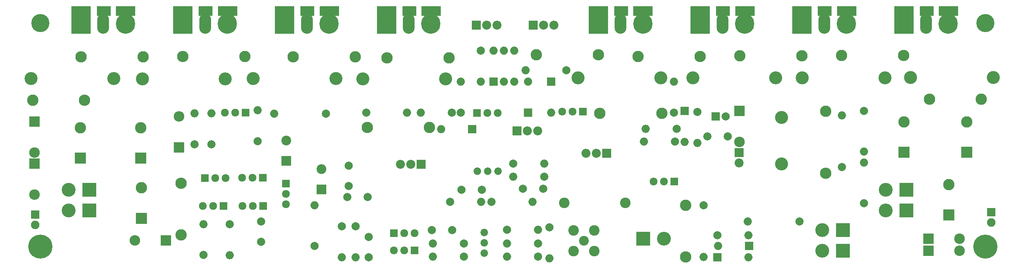
<source format=gbr>
G04 #@! TF.FileFunction,Soldermask,Top*
%FSLAX46Y46*%
G04 Gerber Fmt 4.6, Leading zero omitted, Abs format (unit mm)*
G04 Created by KiCad (PCBNEW 4.0.7) date 05/22/21 10:18:45*
%MOMM*%
%LPD*%
G01*
G04 APERTURE LIST*
%ADD10C,0.100000*%
%ADD11C,1.920000*%
%ADD12R,1.920000X1.920000*%
%ADD13C,2.000000*%
%ADD14O,2.000000X2.000000*%
%ADD15R,2.800000X2.800000*%
%ADD16C,2.800000*%
%ADD17O,2.800000X2.800000*%
%ADD18R,2.600000X2.600000*%
%ADD19O,2.600000X2.600000*%
%ADD20C,2.600000*%
%ADD21C,2.400000*%
%ADD22R,2.000000X2.000000*%
%ADD23R,2.400000X2.400000*%
%ADD24R,2.200000X2.200000*%
%ADD25C,2.200000*%
%ADD26C,1.840000*%
%ADD27C,3.200000*%
%ADD28O,3.200000X3.200000*%
%ADD29C,5.900000*%
%ADD30C,4.464000*%
%ADD31O,2.200000X2.200000*%
%ADD32R,2.100000X2.100000*%
%ADD33O,2.100000X2.100000*%
%ADD34R,3.400000X3.400000*%
%ADD35C,3.400000*%
%ADD36R,4.700000X2.400000*%
%ADD37R,3.400000X2.400000*%
%ADD38R,4.700000X4.900000*%
%ADD39O,2.900000X4.900000*%
%ADD40O,4.700000X4.900000*%
G04 APERTURE END LIST*
D10*
D11*
X82210000Y-92000000D03*
X79670000Y-92000000D03*
D12*
X84750000Y-92000000D03*
D13*
X70030000Y-104010000D03*
D14*
X70030000Y-96510000D03*
D15*
X54825000Y-95000000D03*
D16*
X54825000Y-87500000D03*
X151750000Y-54830000D03*
D17*
X166990000Y-54830000D03*
D11*
X183060000Y-86000000D03*
X180520000Y-86000000D03*
D12*
X185600000Y-86000000D03*
D11*
X72940000Y-85100000D03*
X75480000Y-85100000D03*
D12*
X70400000Y-85100000D03*
D13*
X100100000Y-69250000D03*
D14*
X87400000Y-69250000D03*
D18*
X201630000Y-68620000D03*
D19*
X201630000Y-76240000D03*
D15*
X54625000Y-80250000D03*
D16*
X54625000Y-72750000D03*
D20*
X160880000Y-103070000D03*
X160880000Y-97990000D03*
X165960000Y-97990000D03*
X165960000Y-103070000D03*
D21*
X163420000Y-100530000D03*
D22*
X195780000Y-69990000D03*
D13*
X198280000Y-69990000D03*
D11*
X119340000Y-98700000D03*
X121880000Y-98700000D03*
D12*
X116800000Y-98700000D03*
D13*
X186200000Y-73000000D03*
D14*
X178580000Y-73000000D03*
D13*
X84180000Y-100750000D03*
X84180000Y-95750000D03*
X198740000Y-74880000D03*
X193740000Y-74880000D03*
X110600000Y-104600000D03*
X110600000Y-99600000D03*
D23*
X90350000Y-80900000D03*
D21*
X90350000Y-75900000D03*
D23*
X99000000Y-87950000D03*
D21*
X99000000Y-82950000D03*
D13*
X105750000Y-87050000D03*
X105750000Y-82050000D03*
X159110000Y-58640000D03*
D14*
X149110000Y-58640000D03*
D13*
X232200000Y-91300000D03*
D14*
X232200000Y-81300000D03*
D13*
X110000000Y-69000000D03*
D14*
X120000000Y-69000000D03*
D15*
X257400000Y-78800000D03*
D16*
X257400000Y-71300000D03*
D13*
X232200000Y-68600000D03*
D14*
X232200000Y-78600000D03*
D18*
X60800000Y-100470000D03*
D19*
X53180000Y-100470000D03*
D24*
X201560000Y-78820000D03*
D25*
X201560000Y-81360000D03*
D22*
X149700000Y-69070000D03*
D14*
X149700000Y-61450000D03*
D22*
X155400000Y-61400000D03*
D14*
X155400000Y-69020000D03*
D18*
X64050000Y-77550000D03*
D19*
X64050000Y-69930000D03*
D13*
X144600000Y-97800000D03*
D14*
X152220000Y-97800000D03*
D13*
X155000000Y-97200000D03*
D14*
X155000000Y-104820000D03*
D13*
X72000000Y-76800000D03*
D14*
X72000000Y-69180000D03*
D13*
X67900000Y-76825000D03*
D14*
X67900000Y-69205000D03*
D13*
X76500000Y-96510000D03*
D14*
X76500000Y-104130000D03*
D13*
X134000000Y-101200000D03*
D14*
X126380000Y-101200000D03*
D13*
X134000000Y-104400000D03*
D14*
X126380000Y-104400000D03*
D13*
X152200000Y-101200000D03*
D14*
X144580000Y-101200000D03*
D13*
X152200000Y-104400000D03*
D14*
X144580000Y-104400000D03*
D26*
X139000000Y-103600000D03*
X139000000Y-101060000D03*
X139000000Y-98520000D03*
D16*
X188400000Y-91800000D03*
D17*
X188400000Y-104500000D03*
D13*
X191280000Y-68900000D03*
D14*
X191280000Y-76520000D03*
D16*
X64600000Y-99125000D03*
D17*
X64600000Y-86425000D03*
D13*
X107400000Y-97000000D03*
D14*
X107400000Y-104620000D03*
D13*
X104000000Y-97000000D03*
D14*
X104000000Y-104620000D03*
D13*
X192800000Y-91800000D03*
D14*
X192800000Y-104500000D03*
D13*
X83400000Y-76075000D03*
D14*
X83400000Y-68455000D03*
D13*
X146100000Y-81600000D03*
D14*
X153720000Y-81600000D03*
D26*
X142400000Y-83400000D03*
X139860000Y-83400000D03*
X137320000Y-83400000D03*
D13*
X153750000Y-84750000D03*
D14*
X146130000Y-84750000D03*
D13*
X185780000Y-76160000D03*
D14*
X178160000Y-76160000D03*
D13*
X131000000Y-69000000D03*
D14*
X123380000Y-69000000D03*
D16*
X182600000Y-69200000D03*
D17*
X167360000Y-69200000D03*
D13*
X133250000Y-69000000D03*
D14*
X133250000Y-61380000D03*
D13*
X185560000Y-69070000D03*
D14*
X185560000Y-61450000D03*
D16*
X28150000Y-65950000D03*
D17*
X40850000Y-65950000D03*
D16*
X260950000Y-65700000D03*
D17*
X248250000Y-65700000D03*
D13*
X226800000Y-82400000D03*
D14*
X226800000Y-69700000D03*
D27*
X27700000Y-60650000D03*
D28*
X48020000Y-60650000D03*
D27*
X263950000Y-60400000D03*
D28*
X243630000Y-60400000D03*
D27*
X55050000Y-60700000D03*
D28*
X75370000Y-60700000D03*
D27*
X237350000Y-60450000D03*
D28*
X217030000Y-60450000D03*
D27*
X82250000Y-60650000D03*
D28*
X102570000Y-60650000D03*
D27*
X210550000Y-60450000D03*
D28*
X190230000Y-60450000D03*
D27*
X109150000Y-60700000D03*
D28*
X129470000Y-60700000D03*
D27*
X182300000Y-60500000D03*
D28*
X161980000Y-60500000D03*
D29*
X262000000Y-102000000D03*
D30*
X262000000Y-47000000D03*
D29*
X30000000Y-102000000D03*
D30*
X30000000Y-47000000D03*
D15*
X39850000Y-80250000D03*
D16*
X39850000Y-72750000D03*
D15*
X242000000Y-78800000D03*
D16*
X242000000Y-71300000D03*
D15*
X253000000Y-94200000D03*
D16*
X253000000Y-86700000D03*
X125550000Y-72700000D03*
D17*
X110310000Y-72700000D03*
D20*
X158600000Y-91200000D03*
X173600000Y-91200000D03*
D24*
X123450000Y-81750000D03*
D31*
X120910000Y-81750000D03*
X118370000Y-81750000D03*
D24*
X147000000Y-73500000D03*
D31*
X149540000Y-73500000D03*
X152080000Y-73500000D03*
D24*
X169000000Y-79000000D03*
D31*
X166460000Y-79000000D03*
X163920000Y-79000000D03*
D24*
X137000000Y-47500000D03*
D31*
X139540000Y-47500000D03*
X142080000Y-47500000D03*
D24*
X151000000Y-47500000D03*
D31*
X153540000Y-47500000D03*
X156080000Y-47500000D03*
D27*
X211950000Y-81690000D03*
X211950000Y-70260000D03*
D16*
X222770000Y-68730000D03*
D17*
X222770000Y-83970000D03*
D11*
X119360000Y-102900000D03*
X116820000Y-102900000D03*
D12*
X121900000Y-102900000D03*
D11*
X82110000Y-85050000D03*
X79570000Y-85050000D03*
D12*
X84650000Y-85050000D03*
D11*
X72410000Y-91950000D03*
X69870000Y-91950000D03*
D12*
X74950000Y-91950000D03*
D11*
X90300000Y-88990000D03*
X90300000Y-91530000D03*
D12*
X90300000Y-86450000D03*
D11*
X139740000Y-69100000D03*
X142280000Y-69100000D03*
D12*
X137200000Y-69100000D03*
D11*
X160660000Y-68800000D03*
X158120000Y-68800000D03*
D12*
X163200000Y-68800000D03*
D18*
X28600000Y-71200000D03*
D19*
X28600000Y-78820000D03*
D18*
X248000000Y-100000000D03*
D19*
X255620000Y-100000000D03*
D18*
X28600000Y-81600000D03*
D19*
X28600000Y-89220000D03*
D18*
X248000000Y-103000000D03*
D19*
X255620000Y-103000000D03*
D13*
X97350000Y-101800000D03*
D14*
X97350000Y-91800000D03*
D13*
X216400000Y-95800000D03*
D14*
X203700000Y-95800000D03*
D13*
X140800000Y-91000000D03*
D14*
X150800000Y-91000000D03*
D13*
X133400000Y-88000000D03*
X138400000Y-88000000D03*
X130600000Y-91000000D03*
D14*
X138220000Y-91000000D03*
D32*
X263460000Y-93540000D03*
D33*
X263460000Y-96080000D03*
D32*
X28770000Y-94110000D03*
D33*
X28770000Y-96650000D03*
D34*
X227000000Y-97900000D03*
D35*
X221920000Y-97900000D03*
D34*
X227000000Y-102980000D03*
D35*
X221920000Y-102980000D03*
D34*
X242600000Y-88000000D03*
D35*
X237520000Y-88000000D03*
D34*
X242600000Y-93080000D03*
D35*
X237520000Y-93080000D03*
D34*
X42000000Y-88000000D03*
D35*
X36920000Y-88000000D03*
D34*
X42000000Y-93080000D03*
D35*
X36920000Y-93080000D03*
D34*
X178000000Y-100000000D03*
D35*
X183080000Y-100000000D03*
D13*
X105400000Y-89800000D03*
X110400000Y-89800000D03*
D22*
X196200000Y-104600000D03*
D14*
X203820000Y-104600000D03*
D22*
X204000000Y-101800000D03*
D14*
X196380000Y-101800000D03*
D13*
X196200000Y-99200000D03*
D14*
X203820000Y-99200000D03*
D16*
X130350000Y-55550000D03*
D17*
X115110000Y-55550000D03*
D16*
X107300000Y-55350000D03*
D17*
X92060000Y-55350000D03*
D16*
X80200000Y-55250000D03*
D17*
X64960000Y-55250000D03*
D16*
X55250000Y-55300000D03*
D17*
X40010000Y-55300000D03*
D16*
X226700000Y-55000000D03*
D17*
X241940000Y-55000000D03*
D16*
X201700000Y-55050000D03*
D17*
X216940000Y-55050000D03*
D16*
X176750000Y-55250000D03*
D17*
X191990000Y-55250000D03*
D36*
X252968000Y-44078000D03*
D37*
X247588000Y-44078000D03*
D38*
X242000000Y-47200000D03*
D39*
X247450000Y-47200000D03*
D40*
X252900000Y-47200000D03*
D36*
X242000000Y-44078000D03*
X227968000Y-44078000D03*
D37*
X222588000Y-44078000D03*
D38*
X217000000Y-47200000D03*
D39*
X222450000Y-47200000D03*
D40*
X227900000Y-47200000D03*
D36*
X217000000Y-44078000D03*
X202968000Y-44078000D03*
D37*
X197588000Y-44078000D03*
D38*
X192000000Y-47200000D03*
D39*
X197450000Y-47200000D03*
D40*
X202900000Y-47200000D03*
D36*
X192000000Y-44078000D03*
X125968000Y-44078000D03*
D37*
X120588000Y-44078000D03*
D38*
X115000000Y-47200000D03*
D39*
X120450000Y-47200000D03*
D40*
X125900000Y-47200000D03*
D36*
X115000000Y-44078000D03*
X100968000Y-44078000D03*
D37*
X95588000Y-44078000D03*
D38*
X90000000Y-47200000D03*
D39*
X95450000Y-47200000D03*
D40*
X100900000Y-47200000D03*
D36*
X90000000Y-44078000D03*
X75968000Y-44078000D03*
D37*
X70588000Y-44078000D03*
D38*
X65000000Y-47200000D03*
D39*
X70450000Y-47200000D03*
D40*
X75900000Y-47200000D03*
D36*
X65000000Y-44078000D03*
X50968000Y-44078000D03*
D37*
X45588000Y-44078000D03*
D38*
X40000000Y-47200000D03*
D39*
X45450000Y-47200000D03*
D40*
X50900000Y-47200000D03*
D36*
X40000000Y-44078000D03*
X177968000Y-44078000D03*
D37*
X172588000Y-44078000D03*
D38*
X167000000Y-47200000D03*
D39*
X172450000Y-47200000D03*
D40*
X177900000Y-47200000D03*
D36*
X167000000Y-44078000D03*
D13*
X153500000Y-87750000D03*
X148500000Y-87750000D03*
X131100000Y-97900000D03*
X126100000Y-97900000D03*
X138150000Y-53800000D03*
D14*
X138150000Y-61420000D03*
D22*
X141240000Y-61380000D03*
D14*
X146320000Y-53760000D03*
X143780000Y-61380000D03*
X143780000Y-53760000D03*
X146320000Y-61380000D03*
X141240000Y-53760000D03*
D22*
X136040000Y-73090000D03*
D14*
X128420000Y-73090000D03*
D22*
X188150000Y-68620000D03*
D14*
X188150000Y-76240000D03*
D11*
X77885000Y-69025000D03*
X75345000Y-69025000D03*
D12*
X80425000Y-69025000D03*
M02*

</source>
